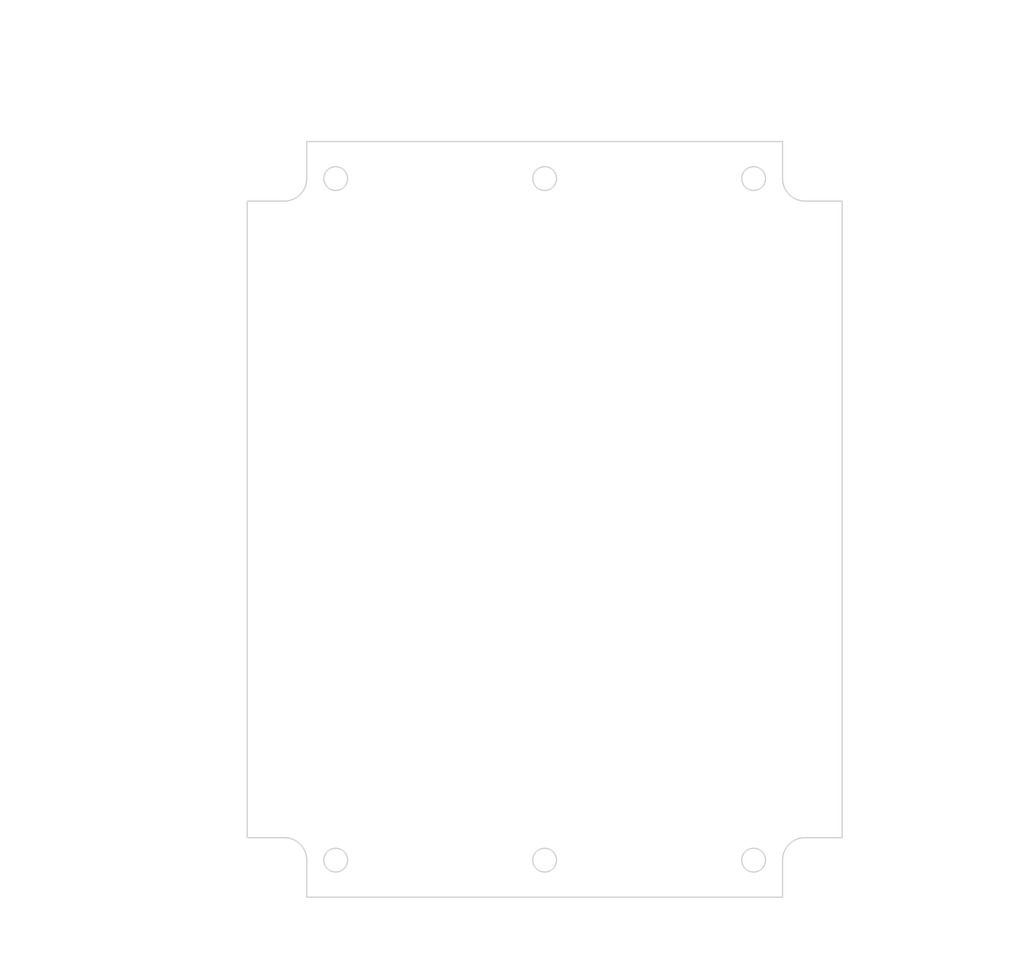
<source format=kicad_pcb>
(kicad_pcb (version 20171130) (host pcbnew "(5.1.0)-1")

  (general
    (thickness 1.6)
    (drawings 65)
    (tracks 0)
    (zones 0)
    (modules 0)
    (nets 1)
  )

  (page A4)
  (layers
    (0 F.Cu signal)
    (31 B.Cu signal)
    (32 B.Adhes user)
    (33 F.Adhes user)
    (34 B.Paste user)
    (35 F.Paste user)
    (36 B.SilkS user)
    (37 F.SilkS user)
    (38 B.Mask user)
    (39 F.Mask user)
    (40 Dwgs.User user)
    (41 Cmts.User user)
    (42 Eco1.User user)
    (43 Eco2.User user)
    (44 Edge.Cuts user)
    (45 Margin user)
    (46 B.CrtYd user)
    (47 F.CrtYd user)
    (48 B.Fab user)
    (49 F.Fab user)
  )

  (setup
    (last_trace_width 0.25)
    (trace_clearance 0.2)
    (zone_clearance 0.508)
    (zone_45_only no)
    (trace_min 0.2)
    (via_size 0.8)
    (via_drill 0.4)
    (via_min_size 0.4)
    (via_min_drill 0.3)
    (uvia_size 0.3)
    (uvia_drill 0.1)
    (uvias_allowed no)
    (uvia_min_size 0.2)
    (uvia_min_drill 0.1)
    (edge_width 0.05)
    (segment_width 0.2)
    (pcb_text_width 0.3)
    (pcb_text_size 1.5 1.5)
    (mod_edge_width 0.12)
    (mod_text_size 1 1)
    (mod_text_width 0.15)
    (pad_size 1.524 1.524)
    (pad_drill 0.762)
    (pad_to_mask_clearance 0.051)
    (solder_mask_min_width 0.25)
    (aux_axis_origin 0 0)
    (visible_elements FFFFFF7F)
    (pcbplotparams
      (layerselection 0x010fc_ffffffff)
      (usegerberextensions false)
      (usegerberattributes false)
      (usegerberadvancedattributes false)
      (creategerberjobfile false)
      (excludeedgelayer true)
      (linewidth 0.152400)
      (plotframeref false)
      (viasonmask false)
      (mode 1)
      (useauxorigin false)
      (hpglpennumber 1)
      (hpglpenspeed 20)
      (hpglpendiameter 15.000000)
      (psnegative false)
      (psa4output false)
      (plotreference true)
      (plotvalue true)
      (plotinvisibletext false)
      (padsonsilk false)
      (subtractmaskfromsilk false)
      (outputformat 1)
      (mirror false)
      (drillshape 1)
      (scaleselection 1)
      (outputdirectory ""))
  )

  (net 0 "")

  (net_class Default "This is the default net class."
    (clearance 0.2)
    (trace_width 0.25)
    (via_dia 0.8)
    (via_drill 0.4)
    (uvia_dia 0.3)
    (uvia_drill 0.1)
  )

  (gr_line (start 152.706835 159.3907) (end 78.706835 159.3907) (layer Edge.Cuts) (width 0.2))
  (gr_circle (center 115.706835 153.627361) (end 117.556835 153.627361) (layer Edge.Cuts) (width 0.2))
  (gr_line (start 161.970174 150.127361) (end 161.970174 51.127361) (layer Edge.Cuts) (width 0.2))
  (gr_line (start 161.970174 150.127361) (end 156.206835 150.127361) (layer Edge.Cuts) (width 0.2))
  (gr_arc (start 156.206835 153.627361) (end 156.206835 150.127361) (angle -90) (layer Edge.Cuts) (width 0.2))
  (gr_line (start 152.706835 153.627361) (end 152.706835 159.3907) (layer Edge.Cuts) (width 0.2))
  (gr_circle (center 148.206835 153.627361) (end 150.056835 153.627361) (layer Edge.Cuts) (width 0.2))
  (gr_line (start 69.443496 51.127361) (end 69.443496 150.127361) (layer Edge.Cuts) (width 0.2))
  (gr_line (start 69.443496 150.127361) (end 75.206835 150.127361) (layer Edge.Cuts) (width 0.2))
  (gr_arc (start 75.206835 153.627361) (end 78.706835 153.627361) (angle -90) (layer Edge.Cuts) (width 0.2))
  (gr_line (start 78.706835 153.627361) (end 78.706835 159.3907) (layer Edge.Cuts) (width 0.2))
  (gr_circle (center 83.206835 153.627361) (end 85.056835 153.627361) (layer Edge.Cuts) (width 0.2))
  (gr_line (start 152.706835 41.864022) (end 78.706835 41.864022) (layer Edge.Cuts) (width 0.2))
  (gr_circle (center 115.706835 47.627361) (end 117.556835 47.627361) (layer Edge.Cuts) (width 0.2))
  (gr_line (start 161.970174 51.127361) (end 156.206835 51.127361) (layer Edge.Cuts) (width 0.2))
  (gr_arc (start 156.206835 47.627361) (end 152.706835 47.627361) (angle -90) (layer Edge.Cuts) (width 0.2))
  (gr_line (start 152.706835 47.627361) (end 152.706835 41.864022) (layer Edge.Cuts) (width 0.2))
  (gr_circle (center 148.206835 47.627361) (end 150.056835 47.627361) (layer Edge.Cuts) (width 0.2))
  (gr_line (start 69.443496 51.127361) (end 75.206835 51.127361) (layer Edge.Cuts) (width 0.2))
  (gr_arc (start 75.206835 47.627361) (end 75.206835 51.127361) (angle -90) (layer Edge.Cuts) (width 0.2))
  (gr_line (start 78.706835 47.627361) (end 78.706835 41.864022) (layer Edge.Cuts) (width 0.2))
  (gr_circle (center 83.206835 47.627361) (end 85.056835 47.627361) (layer Edge.Cuts) (width 0.2))
  (gr_text [R0.07] (at 157.706724 169.700129) (layer Dwgs.User)
    (effects (font (size 1.7 1.53) (thickness 0.2125)))
  )
  (gr_text " R1.85" (at 157.706724 166.142694) (layer Dwgs.User)
    (effects (font (size 1.7 1.53) (thickness 0.2125)))
  )
  (gr_line (start 151.235953 167.810668) (end 149.010943 157.392452) (layer Dwgs.User) (width 0.2))
  (gr_line (start 153.235953 167.810668) (end 151.235953 167.810668) (layer Dwgs.User) (width 0.2))
  (gr_text " ∅7.00\n[∅0.28]" (at 167.265631 157.714712) (layer Dwgs.User)
    (effects (font (size 1.7 1.53) (thickness 0.2125)))
  )
  (gr_line (start 160.728762 157.714712) (end 155.094052 152.621521) (layer Dwgs.User) (width 0.2))
  (gr_line (start 162.728762 157.714712) (end 160.728762 157.714712) (layer Dwgs.User) (width 0.2))
  (gr_text [4.17] (at 185.503215 102.516822) (layer Dwgs.User)
    (effects (font (size 1.7 1.53) (thickness 0.2125)))
  )
  (gr_text " 106.00" (at 185.503215 98.959387) (layer Dwgs.User)
    (effects (font (size 1.7 1.53) (thickness 0.2125)))
  )
  (gr_line (start 185.503215 151.627361) (end 185.503215 104.184796) (layer Dwgs.User) (width 0.2))
  (gr_line (start 185.503215 49.627361) (end 185.503215 97.069926) (layer Dwgs.User) (width 0.2))
  (gr_line (start 149.206835 153.627361) (end 188.678215 153.627361) (layer Dwgs.User) (width 0.2))
  (gr_line (start 149.206835 47.627361) (end 188.678215 47.627361) (layer Dwgs.User) (width 0.2))
  (gr_text [2.56] (at 115.706835 168.536909) (layer Dwgs.User)
    (effects (font (size 1.7 1.53) (thickness 0.2125)))
  )
  (gr_text " 65.00" (at 115.706835 164.979474) (layer Dwgs.User)
    (effects (font (size 1.7 1.53) (thickness 0.2125)))
  )
  (gr_line (start 146.206835 166.647448) (end 119.751447 166.647448) (layer Dwgs.User) (width 0.2))
  (gr_line (start 85.206835 166.647448) (end 111.662224 166.647448) (layer Dwgs.User) (width 0.2))
  (gr_line (start 148.206835 154.627361) (end 148.206835 169.822448) (layer Dwgs.User) (width 0.2))
  (gr_line (start 83.206835 154.627361) (end 83.206835 169.822448) (layer Dwgs.User) (width 0.2))
  (gr_text [4.63] (at 35.753525 102.516822) (layer Dwgs.User)
    (effects (font (size 1.7 1.53) (thickness 0.2125)))
  )
  (gr_text " 117.53" (at 35.753525 98.958807) (layer Dwgs.User)
    (effects (font (size 1.7 1.53) (thickness 0.2125)))
  )
  (gr_line (start 35.753525 157.3907) (end 35.753525 104.185376) (layer Dwgs.User) (width 0.2))
  (gr_line (start 35.753525 43.864022) (end 35.753525 97.069346) (layer Dwgs.User) (width 0.2))
  (gr_line (start 77.706835 159.3907) (end 32.578525 159.3907) (layer Dwgs.User) (width 0.2))
  (gr_line (start 77.706835 41.864022) (end 32.578525 41.864022) (layer Dwgs.User) (width 0.2))
  (gr_text [3.64] (at 115.706835 25.016822) (layer Dwgs.User)
    (effects (font (size 1.7 1.53) (thickness 0.2125)))
  )
  (gr_text " 92.53" (at 115.706835 21.458807) (layer Dwgs.User)
    (effects (font (size 1.7 1.53) (thickness 0.2125)))
  )
  (gr_line (start 159.970174 23.127361) (end 119.754346 23.127361) (layer Dwgs.User) (width 0.2))
  (gr_line (start 71.443496 23.127361) (end 111.659325 23.127361) (layer Dwgs.User) (width 0.2))
  (gr_line (start 161.970174 50.127361) (end 161.970174 19.952361) (layer Dwgs.User) (width 0.2))
  (gr_line (start 69.443496 50.127361) (end 69.443496 19.952361) (layer Dwgs.User) (width 0.2))
  (gr_text [2.91] (at 115.706835 36.2363) (layer Dwgs.User)
    (effects (font (size 1.7 1.53) (thickness 0.2125)))
  )
  (gr_text " 74.00" (at 115.706835 32.678864) (layer Dwgs.User)
    (effects (font (size 1.7 1.53) (thickness 0.2125)))
  )
  (gr_line (start 80.706835 34.346838) (end 111.662224 34.346838) (layer Dwgs.User) (width 0.2))
  (gr_line (start 150.706835 34.346838) (end 119.751447 34.346838) (layer Dwgs.User) (width 0.2))
  (gr_line (start 78.706835 40.864022) (end 78.706835 31.171838) (layer Dwgs.User) (width 0.2))
  (gr_line (start 152.706835 40.864022) (end 152.706835 31.171838) (layer Dwgs.User) (width 0.2))
  (gr_text [3.90] (at 49.130005 102.516822) (layer Dwgs.User)
    (effects (font (size 1.7 1.53) (thickness 0.2125)))
  )
  (gr_text " 99.00" (at 49.130005 98.959387) (layer Dwgs.User)
    (effects (font (size 1.7 1.53) (thickness 0.2125)))
  )
  (gr_line (start 49.130005 53.127361) (end 49.130005 97.069926) (layer Dwgs.User) (width 0.2))
  (gr_line (start 49.130005 148.127361) (end 49.130005 104.184796) (layer Dwgs.User) (width 0.2))
  (gr_line (start 68.443496 51.127361) (end 45.955005 51.127361) (layer Dwgs.User) (width 0.2))
  (gr_line (start 68.443496 150.127361) (end 45.955005 150.127361) (layer Dwgs.User) (width 0.2))

)

</source>
